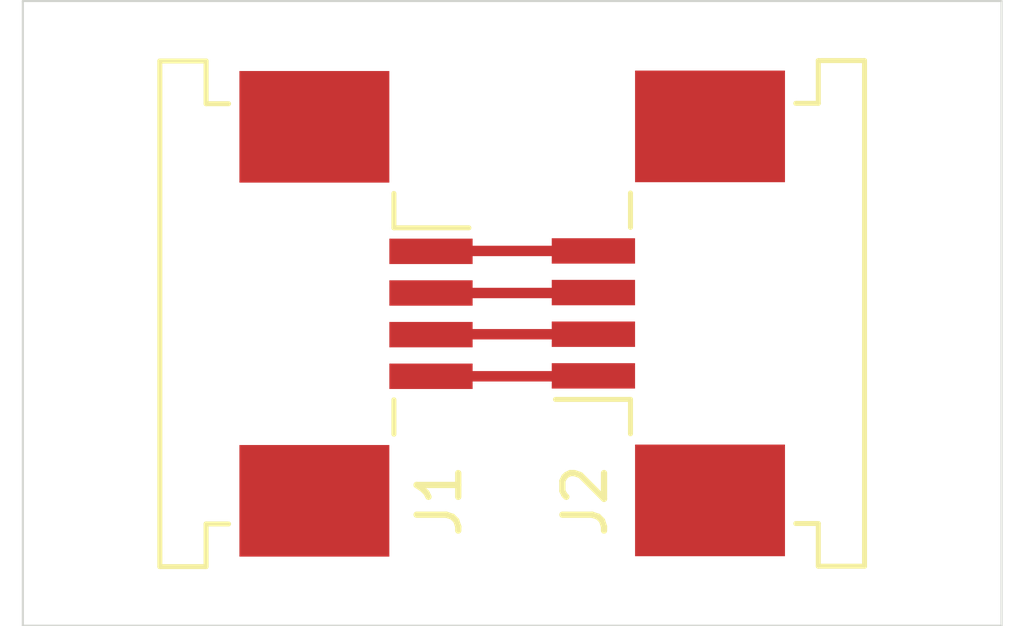
<source format=kicad_pcb>
(kicad_pcb (version 20171130) (host pcbnew "(5.1.4)-1")

  (general
    (thickness 1.6)
    (drawings 4)
    (tracks 8)
    (zones 0)
    (modules 2)
    (nets 5)
  )

  (page A4)
  (layers
    (0 F.Cu signal)
    (31 B.Cu signal)
    (32 B.Adhes user)
    (33 F.Adhes user)
    (34 B.Paste user)
    (35 F.Paste user)
    (36 B.SilkS user)
    (37 F.SilkS user)
    (38 B.Mask user)
    (39 F.Mask user)
    (40 Dwgs.User user)
    (41 Cmts.User user)
    (42 Eco1.User user)
    (43 Eco2.User user)
    (44 Edge.Cuts user)
    (45 Margin user)
    (46 B.CrtYd user)
    (47 F.CrtYd user)
    (48 B.Fab user)
    (49 F.Fab user)
  )

  (setup
    (last_trace_width 0.25)
    (trace_clearance 0.2)
    (zone_clearance 0.508)
    (zone_45_only no)
    (trace_min 0.2)
    (via_size 0.8)
    (via_drill 0.4)
    (via_min_size 0.4)
    (via_min_drill 0.3)
    (uvia_size 0.3)
    (uvia_drill 0.1)
    (uvias_allowed no)
    (uvia_min_size 0.2)
    (uvia_min_drill 0.1)
    (edge_width 0.05)
    (segment_width 0.2)
    (pcb_text_width 0.3)
    (pcb_text_size 1.5 1.5)
    (mod_edge_width 0.12)
    (mod_text_size 1 1)
    (mod_text_width 0.15)
    (pad_size 1.524 1.524)
    (pad_drill 0.762)
    (pad_to_mask_clearance 0.051)
    (solder_mask_min_width 0.25)
    (aux_axis_origin 0 0)
    (visible_elements FFFFFF7F)
    (pcbplotparams
      (layerselection 0x010fc_ffffffff)
      (usegerberextensions false)
      (usegerberattributes false)
      (usegerberadvancedattributes false)
      (creategerberjobfile false)
      (excludeedgelayer true)
      (linewidth 0.100000)
      (plotframeref false)
      (viasonmask false)
      (mode 1)
      (useauxorigin false)
      (hpglpennumber 1)
      (hpglpenspeed 20)
      (hpglpendiameter 15.000000)
      (psnegative false)
      (psa4output false)
      (plotreference true)
      (plotvalue true)
      (plotinvisibletext false)
      (padsonsilk false)
      (subtractmaskfromsilk false)
      (outputformat 1)
      (mirror false)
      (drillshape 1)
      (scaleselection 1)
      (outputdirectory ""))
  )

  (net 0 "")
  (net 1 "Net-(J1-Pad1)")
  (net 2 "Net-(J1-Pad2)")
  (net 3 "Net-(J1-Pad3)")
  (net 4 "Net-(J1-Pad4)")

  (net_class Default "Dies ist die voreingestellte Netzklasse."
    (clearance 0.2)
    (trace_width 0.25)
    (via_dia 0.8)
    (via_drill 0.4)
    (uvia_dia 0.3)
    (uvia_drill 0.1)
    (add_net "Net-(J1-Pad1)")
    (add_net "Net-(J1-Pad2)")
    (add_net "Net-(J1-Pad3)")
    (add_net "Net-(J1-Pad4)")
  )

  (module Connector_FFC-FPC:TE_84952-4_1x04-1MP_P1.0mm_Horizontal (layer F.Cu) (tedit 5AEE14E3) (tstamp 6031B0B3)
    (at 126.5 37.51 270)
    (descr "TE FPC connector, 04 bottom-side contacts, 1.0mm pitch, 1.0mm height, SMT, http://www.te.com/commerce/DocumentDelivery/DDEController?Action=srchrtrv&DocNm=84952&DocType=Customer+Drawing&DocLang=English&DocFormat=pdf&PartCntxt=84952-4")
    (tags "te fpc 84952")
    (path /60328FBF)
    (attr smd)
    (fp_text reference J1 (at 4.49 -2 90) (layer F.SilkS)
      (effects (font (size 1 1) (thickness 0.15)))
    )
    (fp_text value Conn_01x04 (at 0 7.7 90) (layer F.Fab)
      (effects (font (size 1 1) (thickness 0.15)))
    )
    (fp_line (start -4.935 -0.8) (end 4.935 -0.8) (layer F.Fab) (width 0.1))
    (fp_line (start 4.935 -0.8) (end 4.935 3.71) (layer F.Fab) (width 0.1))
    (fp_line (start 4.935 3.71) (end 5.96 3.71) (layer F.Fab) (width 0.1))
    (fp_line (start 5.96 3.71) (end 5.96 4.6) (layer F.Fab) (width 0.1))
    (fp_line (start 5.96 4.6) (end -5.96 4.6) (layer F.Fab) (width 0.1))
    (fp_line (start -5.96 4.6) (end -5.96 3.71) (layer F.Fab) (width 0.1))
    (fp_line (start -5.96 3.71) (end -4.935 3.71) (layer F.Fab) (width 0.1))
    (fp_line (start -4.935 3.71) (end -4.935 -0.8) (layer F.Fab) (width 0.1))
    (fp_line (start -2 -0.8) (end -1.5 0.2) (layer F.Fab) (width 0.1))
    (fp_line (start -1.5 0.2) (end -1 -0.8) (layer F.Fab) (width 0.1))
    (fp_line (start 4.935 4.6) (end 4.935 5.61) (layer F.Fab) (width 0.1))
    (fp_line (start 4.935 5.61) (end 5.96 5.61) (layer F.Fab) (width 0.1))
    (fp_line (start 5.96 5.61) (end 5.96 6.5) (layer F.Fab) (width 0.1))
    (fp_line (start 5.96 6.5) (end -5.96 6.5) (layer F.Fab) (width 0.1))
    (fp_line (start -5.96 6.5) (end -5.96 5.61) (layer F.Fab) (width 0.1))
    (fp_line (start -5.96 5.61) (end -4.935 5.61) (layer F.Fab) (width 0.1))
    (fp_line (start -4.935 5.61) (end -4.935 4.6) (layer F.Fab) (width 0.1))
    (fp_line (start 5.045 3.06) (end 5.045 3.6) (layer F.SilkS) (width 0.12))
    (fp_line (start 5.045 3.6) (end 6.07 3.6) (layer F.SilkS) (width 0.12))
    (fp_line (start 6.07 3.6) (end 6.07 4.71) (layer F.SilkS) (width 0.12))
    (fp_line (start 6.07 4.71) (end -6.07 4.71) (layer F.SilkS) (width 0.12))
    (fp_line (start -6.07 4.71) (end -6.07 3.6) (layer F.SilkS) (width 0.12))
    (fp_line (start -6.07 3.6) (end -5.045 3.6) (layer F.SilkS) (width 0.12))
    (fp_line (start -5.045 3.6) (end -5.045 3.06) (layer F.SilkS) (width 0.12))
    (fp_line (start -2.89 -0.91) (end -2.065 -0.91) (layer F.SilkS) (width 0.12))
    (fp_line (start -2.065 -0.91) (end -2.065 -2.71) (layer F.SilkS) (width 0.12))
    (fp_line (start 2.065 -0.91) (end 2.89 -0.91) (layer F.SilkS) (width 0.12))
    (fp_line (start -6.46 -3.3) (end -6.46 7) (layer F.CrtYd) (width 0.05))
    (fp_line (start -6.46 7) (end 6.46 7) (layer F.CrtYd) (width 0.05))
    (fp_line (start 6.46 7) (end 6.46 -3.3) (layer F.CrtYd) (width 0.05))
    (fp_line (start 6.46 -3.3) (end -6.46 -3.3) (layer F.CrtYd) (width 0.05))
    (fp_text user %R (at 0 1.9 90) (layer F.Fab)
      (effects (font (size 1 1) (thickness 0.15)))
    )
    (pad 1 smd rect (at -1.5 -1.8 270) (size 0.61 2) (layers F.Cu F.Paste F.Mask)
      (net 1 "Net-(J1-Pad1)"))
    (pad 2 smd rect (at -0.5 -1.8 270) (size 0.61 2) (layers F.Cu F.Paste F.Mask)
      (net 2 "Net-(J1-Pad2)"))
    (pad 3 smd rect (at 0.5 -1.8 270) (size 0.61 2) (layers F.Cu F.Paste F.Mask)
      (net 3 "Net-(J1-Pad3)"))
    (pad 4 smd rect (at 1.5 -1.8 270) (size 0.61 2) (layers F.Cu F.Paste F.Mask)
      (net 4 "Net-(J1-Pad4)"))
    (pad MP smd rect (at -4.49 1 270) (size 2.68 3.6) (layers F.Cu F.Paste F.Mask))
    (pad MP smd rect (at 4.49 1 270) (size 2.68 3.6) (layers F.Cu F.Paste F.Mask))
    (model ${KISYS3DMOD}/Connector_FFC-FPC.3dshapes/TE_84952-4_1x04-1MP_P1.0mm_Horizontal.wrl
      (at (xyz 0 0 0))
      (scale (xyz 1 1 1))
      (rotate (xyz 0 0 0))
    )
  )

  (module Connector_FFC-FPC:TE_84952-4_1x04-1MP_P1.0mm_Horizontal (layer F.Cu) (tedit 5AEE14E3) (tstamp 6031B0DD)
    (at 134 37.5 90)
    (descr "TE FPC connector, 04 bottom-side contacts, 1.0mm pitch, 1.0mm height, SMT, http://www.te.com/commerce/DocumentDelivery/DDEController?Action=srchrtrv&DocNm=84952&DocType=Customer+Drawing&DocLang=English&DocFormat=pdf&PartCntxt=84952-4")
    (tags "te fpc 84952")
    (path /60329B47)
    (attr smd)
    (fp_text reference J2 (at -4.5 -2 90) (layer F.SilkS)
      (effects (font (size 1 1) (thickness 0.15)))
    )
    (fp_text value Conn_01x04 (at 0 7.7 90) (layer F.Fab)
      (effects (font (size 1 1) (thickness 0.15)))
    )
    (fp_text user %R (at 0 1.9 90) (layer F.Fab)
      (effects (font (size 1 1) (thickness 0.15)))
    )
    (fp_line (start 6.46 -3.3) (end -6.46 -3.3) (layer F.CrtYd) (width 0.05))
    (fp_line (start 6.46 7) (end 6.46 -3.3) (layer F.CrtYd) (width 0.05))
    (fp_line (start -6.46 7) (end 6.46 7) (layer F.CrtYd) (width 0.05))
    (fp_line (start -6.46 -3.3) (end -6.46 7) (layer F.CrtYd) (width 0.05))
    (fp_line (start 2.065 -0.91) (end 2.89 -0.91) (layer F.SilkS) (width 0.12))
    (fp_line (start -2.065 -0.91) (end -2.065 -2.71) (layer F.SilkS) (width 0.12))
    (fp_line (start -2.89 -0.91) (end -2.065 -0.91) (layer F.SilkS) (width 0.12))
    (fp_line (start -5.045 3.6) (end -5.045 3.06) (layer F.SilkS) (width 0.12))
    (fp_line (start -6.07 3.6) (end -5.045 3.6) (layer F.SilkS) (width 0.12))
    (fp_line (start -6.07 4.71) (end -6.07 3.6) (layer F.SilkS) (width 0.12))
    (fp_line (start 6.07 4.71) (end -6.07 4.71) (layer F.SilkS) (width 0.12))
    (fp_line (start 6.07 3.6) (end 6.07 4.71) (layer F.SilkS) (width 0.12))
    (fp_line (start 5.045 3.6) (end 6.07 3.6) (layer F.SilkS) (width 0.12))
    (fp_line (start 5.045 3.06) (end 5.045 3.6) (layer F.SilkS) (width 0.12))
    (fp_line (start -4.935 5.61) (end -4.935 4.6) (layer F.Fab) (width 0.1))
    (fp_line (start -5.96 5.61) (end -4.935 5.61) (layer F.Fab) (width 0.1))
    (fp_line (start -5.96 6.5) (end -5.96 5.61) (layer F.Fab) (width 0.1))
    (fp_line (start 5.96 6.5) (end -5.96 6.5) (layer F.Fab) (width 0.1))
    (fp_line (start 5.96 5.61) (end 5.96 6.5) (layer F.Fab) (width 0.1))
    (fp_line (start 4.935 5.61) (end 5.96 5.61) (layer F.Fab) (width 0.1))
    (fp_line (start 4.935 4.6) (end 4.935 5.61) (layer F.Fab) (width 0.1))
    (fp_line (start -1.5 0.2) (end -1 -0.8) (layer F.Fab) (width 0.1))
    (fp_line (start -2 -0.8) (end -1.5 0.2) (layer F.Fab) (width 0.1))
    (fp_line (start -4.935 3.71) (end -4.935 -0.8) (layer F.Fab) (width 0.1))
    (fp_line (start -5.96 3.71) (end -4.935 3.71) (layer F.Fab) (width 0.1))
    (fp_line (start -5.96 4.6) (end -5.96 3.71) (layer F.Fab) (width 0.1))
    (fp_line (start 5.96 4.6) (end -5.96 4.6) (layer F.Fab) (width 0.1))
    (fp_line (start 5.96 3.71) (end 5.96 4.6) (layer F.Fab) (width 0.1))
    (fp_line (start 4.935 3.71) (end 5.96 3.71) (layer F.Fab) (width 0.1))
    (fp_line (start 4.935 -0.8) (end 4.935 3.71) (layer F.Fab) (width 0.1))
    (fp_line (start -4.935 -0.8) (end 4.935 -0.8) (layer F.Fab) (width 0.1))
    (pad MP smd rect (at 4.49 1 90) (size 2.68 3.6) (layers F.Cu F.Paste F.Mask))
    (pad MP smd rect (at -4.49 1 90) (size 2.68 3.6) (layers F.Cu F.Paste F.Mask))
    (pad 4 smd rect (at 1.5 -1.8 90) (size 0.61 2) (layers F.Cu F.Paste F.Mask)
      (net 1 "Net-(J1-Pad1)"))
    (pad 3 smd rect (at 0.5 -1.8 90) (size 0.61 2) (layers F.Cu F.Paste F.Mask)
      (net 2 "Net-(J1-Pad2)"))
    (pad 2 smd rect (at -0.5 -1.8 90) (size 0.61 2) (layers F.Cu F.Paste F.Mask)
      (net 3 "Net-(J1-Pad3)"))
    (pad 1 smd rect (at -1.5 -1.8 90) (size 0.61 2) (layers F.Cu F.Paste F.Mask)
      (net 4 "Net-(J1-Pad4)"))
    (model ${KISYS3DMOD}/Connector_FFC-FPC.3dshapes/TE_84952-4_1x04-1MP_P1.0mm_Horizontal.wrl
      (at (xyz 0 0 0))
      (scale (xyz 1 1 1))
      (rotate (xyz 0 0 0))
    )
  )

  (gr_line (start 118.5 45) (end 118.5 30) (layer Edge.Cuts) (width 0.05) (tstamp 6031B3EC))
  (gr_line (start 142 45) (end 118.5 45) (layer Edge.Cuts) (width 0.05))
  (gr_line (start 142 30) (end 142 45) (layer Edge.Cuts) (width 0.05))
  (gr_line (start 118.5 30) (end 142 30) (layer Edge.Cuts) (width 0.05))

  (segment (start 128.31 36) (end 128.3 36.01) (width 0.25) (layer F.Cu) (net 1))
  (segment (start 132.2 36) (end 128.31 36) (width 0.25) (layer F.Cu) (net 1))
  (segment (start 132.19 37.01) (end 132.2 37) (width 0.25) (layer F.Cu) (net 2))
  (segment (start 128.3 37.01) (end 132.19 37.01) (width 0.25) (layer F.Cu) (net 2))
  (segment (start 128.31 38) (end 128.3 38.01) (width 0.25) (layer F.Cu) (net 3))
  (segment (start 132.2 38) (end 128.31 38) (width 0.25) (layer F.Cu) (net 3))
  (segment (start 132.19 39.01) (end 132.2 39) (width 0.25) (layer F.Cu) (net 4))
  (segment (start 128.3 39.01) (end 132.19 39.01) (width 0.25) (layer F.Cu) (net 4))

)

</source>
